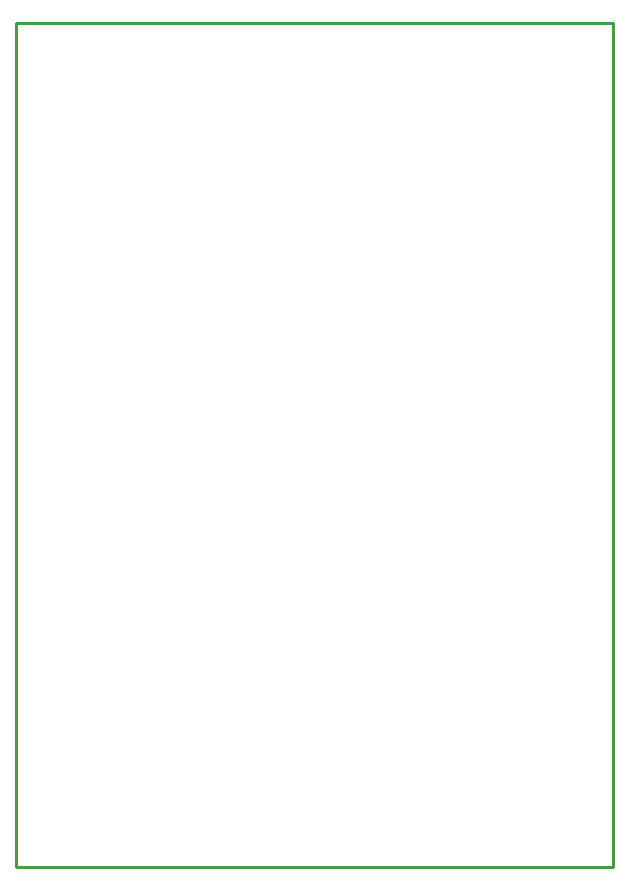
<source format=gm1>
%FSLAX25Y25*%
%MOIN*%
G70*
G01*
G75*
G04 Layer_Color=16711935*
%ADD10O,0.02756X0.09843*%
%ADD11R,0.05118X0.05906*%
%ADD12R,0.05906X0.05118*%
%ADD13R,0.05118X0.06299*%
%ADD14R,0.05906X0.01063*%
%ADD15R,0.01063X0.05906*%
%ADD16O,0.05906X0.02362*%
%ADD17O,0.02362X0.05906*%
%ADD18C,0.04000*%
%ADD19C,0.01000*%
%ADD20C,0.02000*%
%ADD21C,0.03000*%
%ADD22C,0.06299*%
%ADD23R,0.07000X0.07000*%
%ADD24C,0.07000*%
%ADD25C,0.07087*%
%ADD26R,0.07087X0.07087*%
%ADD27C,0.08661*%
%ADD28C,0.02400*%
%ADD29R,0.12598X0.08268*%
%ADD30R,0.03543X0.08268*%
%ADD31C,0.01500*%
%ADD32C,0.00984*%
%ADD33C,0.02362*%
%ADD34C,0.00787*%
%ADD35C,0.00500*%
%ADD36C,0.00055*%
%ADD37C,0.00073*%
%ADD38C,0.00614*%
%ADD39C,0.00400*%
%ADD40O,0.03556X0.10642*%
%ADD41R,0.05918X0.06706*%
%ADD42R,0.06706X0.05918*%
%ADD43R,0.05918X0.07099*%
%ADD44R,0.06706X0.01863*%
%ADD45R,0.01863X0.06706*%
%ADD46O,0.06706X0.03162*%
%ADD47O,0.03162X0.06706*%
%ADD48C,0.07099*%
%ADD49R,0.07800X0.07800*%
%ADD50C,0.07800*%
%ADD51C,0.07887*%
%ADD52R,0.07887X0.07887*%
%ADD53C,0.09461*%
%ADD54C,0.03200*%
%ADD55R,0.13398X0.09068*%
%ADD56R,0.04343X0.09068*%
D19*
X-1969Y279528D02*
X196850D01*
X-1969Y-1969D02*
Y279528D01*
Y-1969D02*
X196850D01*
Y279528D01*
M02*

</source>
